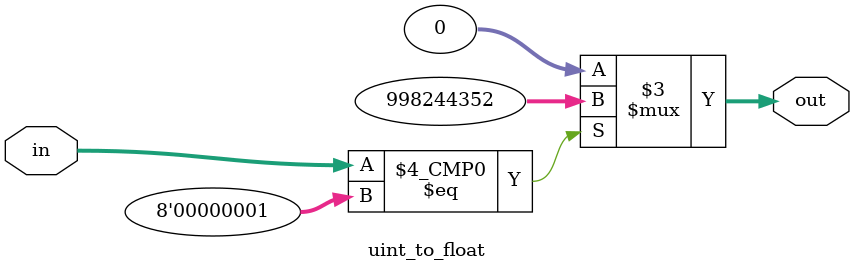
<source format=sv>

module uint_to_float (
	input [7:0] in,
	output [31:0] out
);

//convert 8-bit input to 32-bit output
//example: input: 8'h01
//  1/256 = 0.00390625 -> 32'h3B800000
//  input(real number) / 256 -> result convert to floating point
//https://www.binaryconvert.com/convert_float.html?decimal=048046048048051057048054050053   Online converter
//Use combinational logic

always_comb begin
	out = 32'h00000000;
	case(in)
		8'h00: out = 32'h00000000;
		8'h01: out = 32'h3B800000;
		//.... All 256 cases
	endcase
end

endmodule

</source>
